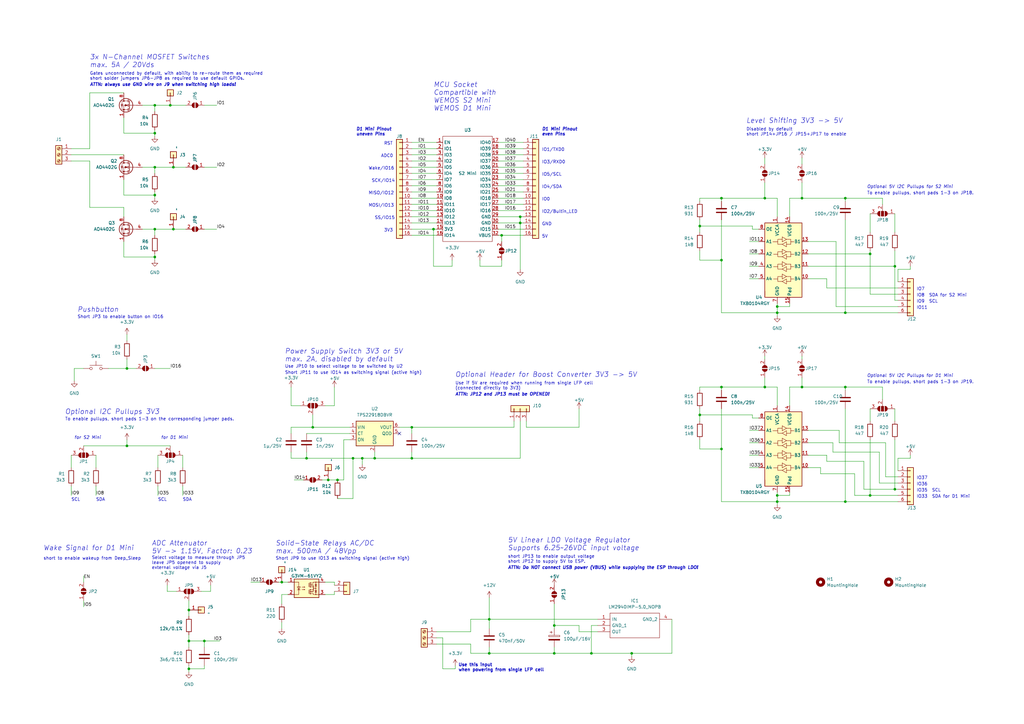
<source format=kicad_sch>
(kicad_sch (version 20230121) (generator eeschema)
  (paper "A3")
  (title_block (title "Base PCB for ESP* in WEMOS Mini Format") (date "2023-12-22") (rev "1.0"))
  (junction (at 115.57 238.76))
  (junction (at 138.43 196.85))
  (junction (at 77.47 262.89))
  (junction (at 328.93 158.75))
  (junction (at 63.5 68.58))
  (junction (at 213.36 91.44))
  (junction (at 77.47 250.19))
  (junction (at 346.71 81.28))
  (junction (at 168.91 175.26))
  (junction (at 125.73 187.96))
  (junction (at 200.66 254))
  (junction (at 128.27 175.26))
  (junction (at 318.77 205.74))
  (junction (at 52.07 182.88))
  (junction (at 318.77 128.27))
  (junction (at 213.36 88.9))
  (junction (at 71.12 68.58))
  (junction (at 83.82 262.89))
  (junction (at 346.71 205.74))
  (junction (at 242.57 267.97))
  (junction (at 227.33 256.54))
  (junction (at 346.71 128.27))
  (junction (at 328.93 81.28))
  (junction (at 168.91 187.96))
  (junction (at 356.87 203.2))
  (junction (at 313.69 81.28))
  (junction (at 295.91 106.68))
  (junction (at 287.02 170.18))
  (junction (at 318.77 203.2))
  (junction (at 148.59 187.96))
  (junction (at 63.5 43.18))
  (junction (at 295.91 158.75))
  (junction (at 63.5 80.01))
  (junction (at 318.77 125.73))
  (junction (at 313.69 158.75))
  (junction (at 63.5 54.61))
  (junction (at 205.74 96.52))
  (junction (at 367.03 200.66))
  (junction (at 153.67 187.96))
  (junction (at 287.02 92.71))
  (junction (at 346.71 158.75))
  (junction (at 77.47 274.32))
  (junction (at 259.08 267.97))
  (junction (at 63.5 105.41))
  (junction (at 144.78 187.96))
  (junction (at 63.5 93.98))
  (junction (at 177.8 93.98))
  (junction (at 227.33 267.97))
  (junction (at 200.66 267.97))
  (junction (at 356.87 104.14))
  (junction (at 134.62 196.85))
  (junction (at 69.85 43.18))
  (junction (at 52.07 151.13))
  (junction (at 367.03 109.22))
  (junction (at 295.91 184.15))
  (junction (at 295.91 81.28))
  (junction (at 71.12 93.98))
  (no_connect (at 163.83 177.8))
  (wire (pts (xy 177.8 109.22) (xy 185.42 109.22)))
  (wire (pts (xy 204.47 58.42) (xy 214.63 58.42)))
  (wire (pts (xy 368.3 193.04) (xy 368.3 187.96)))
  (wire (pts (xy 39.37 186.69) (xy 39.37 191.77)))
  (wire (pts (xy 204.47 60.96) (xy 214.63 60.96)))
  (wire (pts (xy 346.71 205.74) (xy 368.3 205.74)))
  (wire (pts (xy 318.77 128.27) (xy 346.71 128.27)))
  (wire (pts (xy 339.09 186.69) (xy 339.09 189.23)))
  (wire (pts (xy 138.43 196.85) (xy 140.97 196.85)))
  (wire (pts (xy 367.03 180.34) (xy 367.03 200.66)))
  (wire (pts (xy 68.58 240.03) (xy 68.58 242.57)))
  (wire (pts (xy 77.47 246.38) (xy 77.47 250.19)))
  (wire (pts (xy 342.9 125.73) (xy 342.9 99.06)))
  (wire (pts (xy 215.9 175.26) (xy 237.49 175.26)))
  (wire (pts (xy 50.8 85.09) (xy 36.83 85.09)))
  (wire (pts (xy 179.07 261.62) (xy 181.61 261.62)))
  (wire (pts (xy 77.47 262.89) (xy 77.47 265.43)))
  (wire (pts (xy 331.47 176.53) (xy 344.17 176.53)))
  (wire (pts (xy 356.87 87.63) (xy 356.87 95.25)))
  (wire (pts (xy 83.82 43.18) (xy 88.9 43.18)))
  (wire (pts (xy 63.5 68.58) (xy 71.12 68.58)))
  (wire (pts (xy 125.73 177.8) (xy 143.51 177.8)))
  (wire (pts (xy 313.69 81.28) (xy 318.77 81.28)))
  (wire (pts (xy 137.16 158.75) (xy 137.16 166.37)))
  (wire (pts (xy 77.47 260.35) (xy 77.47 262.89)))
  (wire (pts (xy 144.78 204.47) (xy 144.78 187.96)))
  (wire (pts (xy 361.95 81.28) (xy 346.71 81.28)))
  (wire (pts (xy 200.66 254) (xy 200.66 257.81)))
  (wire (pts (xy 63.5 93.98) (xy 63.5 96.52)))
  (wire (pts (xy 368.3 123.19) (xy 367.03 123.19)))
  (wire (pts (xy 77.47 250.19) (xy 77.47 252.73)))
  (wire (pts (xy 168.91 60.96) (xy 179.07 60.96)))
  (wire (pts (xy 204.47 88.9) (xy 213.36 88.9)))
  (wire (pts (xy 287.02 160.02) (xy 287.02 158.75)))
  (wire (pts (xy 185.42 109.22) (xy 185.42 106.68)))
  (wire (pts (xy 179.07 264.16) (xy 193.04 264.16)))
  (wire (pts (xy 120.65 196.85) (xy 124.46 196.85)))
  (wire (pts (xy 63.5 68.58) (xy 63.5 71.12)))
  (wire (pts (xy 242.57 256.54) (xy 245.11 256.54)))
  (wire (pts (xy 52.07 137.16) (xy 52.07 139.7)))
  (wire (pts (xy 52.07 151.13) (xy 55.88 151.13)))
  (wire (pts (xy 356.87 180.34) (xy 356.87 203.2)))
  (wire (pts (xy 186.69 274.32) (xy 186.69 273.05)))
  (wire (pts (xy 168.91 185.42) (xy 168.91 187.96)))
  (wire (pts (xy 346.71 128.27) (xy 368.3 128.27)))
  (wire (pts (xy 227.33 247.65) (xy 227.33 256.54)))
  (wire (pts (xy 83.82 273.05) (xy 83.82 274.32)))
  (wire (pts (xy 168.91 91.44) (xy 179.07 91.44)))
  (wire (pts (xy 354.33 200.66) (xy 367.03 200.66)))
  (wire (pts (xy 63.5 105.41) (xy 63.5 106.68)))
  (wire (pts (xy 63.5 43.18) (xy 69.85 43.18)))
  (wire (pts (xy 331.47 181.61) (xy 341.63 181.61)))
  (wire (pts (xy 313.69 158.75) (xy 318.77 158.75)))
  (wire (pts (xy 287.02 158.75) (xy 295.91 158.75)))
  (wire (pts (xy 331.47 114.3) (xy 339.09 114.3)))
  (wire (pts (xy 373.38 187.96) (xy 373.38 186.69)))
  (wire (pts (xy 295.91 167.64) (xy 295.91 184.15)))
  (wire (pts (xy 204.47 86.36) (xy 214.63 86.36)))
  (wire (pts (xy 318.77 203.2) (xy 318.77 205.74)))
  (wire (pts (xy 295.91 81.28) (xy 313.69 81.28)))
  (wire (pts (xy 119.38 166.37) (xy 123.19 166.37)))
  (wire (pts (xy 331.47 186.69) (xy 339.09 186.69)))
  (wire (pts (xy 205.74 109.22) (xy 205.74 106.68)))
  (wire (pts (xy 242.57 267.97) (xy 259.08 267.97)))
  (wire (pts (xy 237.49 259.08) (xy 237.49 256.54)))
  (wire (pts (xy 307.34 99.06) (xy 311.15 99.06)))
  (wire (pts (xy 295.91 81.28) (xy 295.91 82.55)))
  (wire (pts (xy 346.71 158.75) (xy 361.95 158.75)))
  (wire (pts (xy 331.47 109.22) (xy 367.03 109.22)))
  (wire (pts (xy 204.47 66.04) (xy 214.63 66.04)))
  (wire (pts (xy 44.45 151.13) (xy 52.07 151.13)))
  (wire (pts (xy 259.08 267.97) (xy 275.59 267.97)))
  (wire (pts (xy 295.91 90.17) (xy 295.91 106.68)))
  (wire (pts (xy 168.91 93.98) (xy 177.8 93.98)))
  (wire (pts (xy 331.47 191.77) (xy 336.55 191.77)))
  (wire (pts (xy 144.78 187.96) (xy 148.59 187.96)))
  (wire (pts (xy 181.61 261.62) (xy 181.61 274.32)))
  (wire (pts (xy 50.8 38.1) (xy 36.83 38.1)))
  (wire (pts (xy 328.93 81.28) (xy 346.71 81.28)))
  (wire (pts (xy 259.08 267.97) (xy 259.08 269.24)))
  (wire (pts (xy 356.87 167.64) (xy 356.87 172.72)))
  (wire (pts (xy 30.48 151.13) (xy 30.48 156.21)))
  (wire (pts (xy 64.77 186.69) (xy 64.77 191.77)))
  (wire (pts (xy 168.91 73.66) (xy 179.07 73.66)))
  (wire (pts (xy 204.47 81.28) (xy 214.63 81.28)))
  (wire (pts (xy 34.29 246.38) (xy 34.29 248.92)))
  (wire (pts (xy 83.82 68.58) (xy 88.9 68.58)))
  (wire (pts (xy 287.02 102.87) (xy 287.02 106.68)))
  (wire (pts (xy 295.91 158.75) (xy 313.69 158.75)))
  (wire (pts (xy 275.59 254) (xy 275.59 267.97)))
  (wire (pts (xy 204.47 76.2) (xy 214.63 76.2)))
  (wire (pts (xy 34.29 236.22) (xy 34.29 238.76)))
  (wire (pts (xy 328.93 146.05) (xy 328.93 147.32)))
  (wire (pts (xy 125.73 187.96) (xy 144.78 187.96)))
  (wire (pts (xy 36.83 38.1) (xy 36.83 60.96)))
  (wire (pts (xy 63.5 104.14) (xy 63.5 105.41)))
  (wire (pts (xy 119.38 158.75) (xy 119.38 166.37)))
  (wire (pts (xy 328.93 158.75) (xy 323.85 158.75)))
  (wire (pts (xy 323.85 158.75) (xy 323.85 166.37)))
  (wire (pts (xy 367.03 87.63) (xy 367.03 95.25)))
  (wire (pts (xy 295.91 205.74) (xy 318.77 205.74)))
  (wire (pts (xy 307.34 186.69) (xy 311.15 186.69)))
  (wire (pts (xy 29.21 186.69) (xy 29.21 191.77)))
  (wire (pts (xy 177.8 93.98) (xy 179.07 93.98)))
  (wire (pts (xy 77.47 274.32) (xy 83.82 274.32)))
  (wire (pts (xy 29.21 199.39) (xy 29.21 203.2)))
  (wire (pts (xy 295.91 184.15) (xy 295.91 205.74)))
  (wire (pts (xy 307.34 114.3) (xy 311.15 114.3)))
  (wire (pts (xy 34.29 182.88) (xy 52.07 182.88)))
  (wire (pts (xy 168.91 63.5) (xy 179.07 63.5)))
  (wire (pts (xy 313.69 154.94) (xy 313.69 158.75)))
  (wire (pts (xy 196.85 106.68) (xy 196.85 109.22)))
  (wire (pts (xy 119.38 185.42) (xy 119.38 187.96)))
  (wire (pts (xy 63.5 151.13) (xy 69.85 151.13)))
  (wire (pts (xy 200.66 267.97) (xy 227.33 267.97)))
  (wire (pts (xy 153.67 187.96) (xy 148.59 187.96)))
  (wire (pts (xy 328.93 154.94) (xy 328.93 158.75)))
  (wire (pts (xy 346.71 167.64) (xy 346.71 205.74)))
  (wire (pts (xy 118.11 243.84) (xy 115.57 243.84)))
  (wire (pts (xy 308.61 92.71) (xy 308.61 93.98)))
  (wire (pts (xy 350.52 203.2) (xy 356.87 203.2)))
  (wire (pts (xy 119.38 175.26) (xy 119.38 177.8)))
  (wire (pts (xy 213.36 91.44) (xy 214.63 91.44)))
  (wire (pts (xy 215.9 172.72) (xy 215.9 175.26)))
  (wire (pts (xy 168.91 83.82) (xy 179.07 83.82)))
  (wire (pts (xy 295.91 106.68) (xy 295.91 128.27)))
  (wire (pts (xy 52.07 180.34) (xy 52.07 182.88)))
  (wire (pts (xy 318.77 205.74) (xy 318.77 207.01)))
  (wire (pts (xy 361.95 83.82) (xy 361.95 81.28)))
  (wire (pts (xy 74.93 199.39) (xy 74.93 203.2)))
  (wire (pts (xy 313.69 146.05) (xy 313.69 147.32)))
  (wire (pts (xy 368.3 110.49) (xy 373.38 110.49)))
  (wire (pts (xy 39.37 199.39) (xy 39.37 203.2)))
  (wire (pts (xy 168.91 81.28) (xy 179.07 81.28)))
  (wire (pts (xy 114.3 238.76) (xy 115.57 238.76)))
  (wire (pts (xy 287.02 92.71) (xy 308.61 92.71)))
  (wire (pts (xy 323.85 124.46) (xy 323.85 125.73)))
  (wire (pts (xy 356.87 203.2) (xy 368.3 203.2)))
  (wire (pts (xy 373.38 110.49) (xy 373.38 109.22)))
  (wire (pts (xy 134.62 196.85) (xy 138.43 196.85)))
  (wire (pts (xy 193.04 264.16) (xy 193.04 267.97)))
  (wire (pts (xy 242.57 267.97) (xy 242.57 256.54)))
  (wire (pts (xy 346.71 90.17) (xy 346.71 128.27)))
  (wire (pts (xy 50.8 80.01) (xy 63.5 80.01)))
  (wire (pts (xy 356.87 104.14) (xy 331.47 104.14)))
  (wire (pts (xy 318.77 158.75) (xy 318.77 166.37)))
  (wire (pts (xy 64.77 199.39) (xy 64.77 203.2)))
  (wire (pts (xy 168.91 86.36) (xy 179.07 86.36)))
  (wire (pts (xy 193.04 254) (xy 200.66 254)))
  (wire (pts (xy 77.47 273.05) (xy 77.47 274.32)))
  (wire (pts (xy 341.63 181.61) (xy 341.63 185.42)))
  (wire (pts (xy 227.33 265.43) (xy 227.33 267.97)))
  (wire (pts (xy 341.63 185.42) (xy 360.68 185.42)))
  (wire (pts (xy 82.55 242.57) (xy 86.36 242.57)))
  (wire (pts (xy 237.49 175.26) (xy 237.49 167.64)))
  (wire (pts (xy 71.12 93.98) (xy 76.2 93.98)))
  (wire (pts (xy 52.07 151.13) (xy 52.07 147.32)))
  (wire (pts (xy 168.91 175.26) (xy 168.91 177.8)))
  (wire (pts (xy 328.93 81.28) (xy 323.85 81.28)))
  (wire (pts (xy 368.3 115.57) (xy 368.3 110.49)))
  (wire (pts (xy 287.02 184.15) (xy 295.91 184.15)))
  (wire (pts (xy 196.85 109.22) (xy 205.74 109.22)))
  (wire (pts (xy 137.16 166.37) (xy 133.35 166.37)))
  (wire (pts (xy 148.59 187.96) (xy 148.59 190.5)))
  (wire (pts (xy 367.03 123.19) (xy 367.03 109.22)))
  (wire (pts (xy 361.95 158.75) (xy 361.95 163.83)))
  (wire (pts (xy 119.38 187.96) (xy 125.73 187.96)))
  (wire (pts (xy 200.66 245.11) (xy 200.66 254)))
  (wire (pts (xy 295.91 158.75) (xy 295.91 160.02)))
  (wire (pts (xy 168.91 96.52) (xy 179.07 96.52)))
  (wire (pts (xy 307.34 176.53) (xy 311.15 176.53)))
  (wire (pts (xy 336.55 191.77) (xy 336.55 194.31)))
  (wire (pts (xy 346.71 158.75) (xy 346.71 160.02)))
  (wire (pts (xy 350.52 194.31) (xy 350.52 203.2)))
  (wire (pts (xy 115.57 238.76) (xy 118.11 238.76)))
  (wire (pts (xy 200.66 265.43) (xy 200.66 267.97)))
  (wire (pts (xy 133.35 243.84) (xy 137.16 243.84)))
  (wire (pts (xy 204.47 93.98) (xy 214.63 93.98)))
  (wire (pts (xy 168.91 88.9) (xy 179.07 88.9)))
  (wire (pts (xy 213.36 88.9) (xy 213.36 91.44)))
  (wire (pts (xy 318.77 205.74) (xy 346.71 205.74)))
  (wire (pts (xy 313.69 64.77) (xy 313.69 67.31)))
  (wire (pts (xy 63.5 78.74) (xy 63.5 80.01)))
  (wire (pts (xy 50.8 48.26) (xy 50.8 54.61)))
  (wire (pts (xy 50.8 105.41) (xy 63.5 105.41)))
  (wire (pts (xy 213.36 88.9) (xy 214.63 88.9)))
  (wire (pts (xy 308.61 171.45) (xy 311.15 171.45)))
  (wire (pts (xy 213.36 172.72) (xy 213.36 187.96)))
  (wire (pts (xy 140.97 180.34) (xy 140.97 196.85)))
  (wire (pts (xy 308.61 93.98) (xy 311.15 93.98)))
  (wire (pts (xy 356.87 102.87) (xy 356.87 104.14)))
  (wire (pts (xy 308.61 170.18) (xy 308.61 171.45)))
  (wire (pts (xy 367.03 109.22) (xy 367.03 102.87)))
  (wire (pts (xy 204.47 96.52) (xy 205.74 96.52)))
  (wire (pts (xy 168.91 71.12) (xy 179.07 71.12)))
  (wire (pts (xy 344.17 181.61) (xy 363.22 181.61)))
  (wire (pts (xy 86.36 242.57) (xy 86.36 240.03)))
  (wire (pts (xy 360.68 185.42) (xy 360.68 198.12)))
  (wire (pts (xy 356.87 120.65) (xy 356.87 104.14)))
  (wire (pts (xy 179.07 259.08) (xy 193.04 259.08)))
  (wire (pts (xy 163.83 175.26) (xy 168.91 175.26)))
  (wire (pts (xy 177.8 93.98) (xy 177.8 109.22)))
  (wire (pts (xy 168.91 58.42) (xy 179.07 58.42)))
  (wire (pts (xy 204.47 73.66) (xy 214.63 73.66)))
  (wire (pts (xy 36.83 85.09) (xy 36.83 66.04)))
  (wire (pts (xy 368.3 125.73) (xy 342.9 125.73)))
  (wire (pts (xy 119.38 175.26) (xy 128.27 175.26)))
  (wire (pts (xy 346.71 81.28) (xy 346.71 82.55)))
  (wire (pts (xy 205.74 96.52) (xy 214.63 96.52)))
  (wire (pts (xy 287.02 82.55) (xy 287.02 81.28)))
  (wire (pts (xy 363.22 195.58) (xy 368.3 195.58)))
  (wire (pts (xy 360.68 198.12) (xy 368.3 198.12)))
  (wire (pts (xy 153.67 187.96) (xy 168.91 187.96)))
  (wire (pts (xy 339.09 114.3) (xy 339.09 118.11)))
  (wire (pts (xy 63.5 93.98) (xy 71.12 93.98)))
  (wire (pts (xy 71.12 68.58) (xy 76.2 68.58)))
  (wire (pts (xy 50.8 54.61) (xy 63.5 54.61)))
  (wire (pts (xy 63.5 54.61) (xy 63.5 55.88)))
  (wire (pts (xy 344.17 176.53) (xy 344.17 181.61)))
  (wire (pts (xy 245.11 259.08) (xy 237.49 259.08)))
  (wire (pts (xy 168.91 76.2) (xy 179.07 76.2)))
  (wire (pts (xy 102.87 238.76) (xy 106.68 238.76)))
  (wire (pts (xy 354.33 189.23) (xy 354.33 200.66)))
  (wire (pts (xy 128.27 175.26) (xy 143.51 175.26)))
  (wire (pts (xy 68.58 242.57) (xy 72.39 242.57)))
  (wire (pts (xy 168.91 175.26) (xy 210.82 175.26)))
  (wire (pts (xy 287.02 81.28) (xy 295.91 81.28)))
  (wire (pts (xy 58.42 43.18) (xy 63.5 43.18)))
  (wire (pts (xy 138.43 204.47) (xy 144.78 204.47)))
  (wire (pts (xy 168.91 68.58) (xy 179.07 68.58)))
  (wire (pts (xy 140.97 180.34) (xy 143.51 180.34)))
  (wire (pts (xy 323.85 81.28) (xy 323.85 88.9)))
  (wire (pts (xy 287.02 90.17) (xy 287.02 92.71)))
  (wire (pts (xy 205.74 96.52) (xy 205.74 99.06)))
  (wire (pts (xy 363.22 181.61) (xy 363.22 195.58)))
  (wire (pts (xy 168.91 78.74) (xy 179.07 78.74)))
  (wire (pts (xy 29.21 63.5) (xy 50.8 63.5)))
  (wire (pts (xy 36.83 60.96) (xy 29.21 60.96)))
  (wire (pts (xy 323.85 125.73) (xy 318.77 125.73)))
  (wire (pts (xy 318.77 125.73) (xy 318.77 128.27)))
  (wire (pts (xy 323.85 203.2) (xy 318.77 203.2)))
  (wire (pts (xy 318.77 124.46) (xy 318.77 125.73)))
  (wire (pts (xy 69.85 43.18) (xy 76.2 43.18)))
  (wire (pts (xy 336.55 194.31) (xy 350.52 194.31)))
  (wire (pts (xy 307.34 104.14) (xy 311.15 104.14)))
  (wire (pts (xy 367.03 200.66) (xy 368.3 200.66)))
  (wire (pts (xy 204.47 91.44) (xy 213.36 91.44)))
  (wire (pts (xy 63.5 53.34) (xy 63.5 54.61)))
  (wire (pts (xy 168.91 187.96) (xy 213.36 187.96)))
  (wire (pts (xy 34.29 151.13) (xy 30.48 151.13)))
  (wire (pts (xy 323.85 201.93) (xy 323.85 203.2)))
  (wire (pts (xy 137.16 243.84) (xy 137.16 242.57)))
  (wire (pts (xy 213.36 91.44) (xy 213.36 110.49)))
  (wire (pts (xy 115.57 255.27) (xy 115.57 257.81)))
  (wire (pts (xy 193.04 267.97) (xy 200.66 267.97)))
  (wire (pts (xy 58.42 93.98) (xy 63.5 93.98)))
  (wire (pts (xy 328.93 74.93) (xy 328.93 81.28)))
  (wire (pts (xy 63.5 43.18) (xy 63.5 45.72)))
  (wire (pts (xy 125.73 185.42) (xy 125.73 187.96)))
  (wire (pts (xy 36.83 66.04) (xy 29.21 66.04)))
  (wire (pts (xy 83.82 262.89) (xy 90.17 262.89)))
  (wire (pts (xy 339.09 118.11) (xy 368.3 118.11)))
  (wire (pts (xy 328.93 158.75) (xy 346.71 158.75)))
  (wire (pts (xy 58.42 68.58) (xy 63.5 68.58)))
  (wire (pts (xy 331.47 99.06) (xy 342.9 99.06)))
  (wire (pts (xy 168.91 66.04) (xy 179.07 66.04)))
  (wire (pts (xy 200.66 254) (xy 245.11 254)))
  (wire (pts (xy 313.69 74.93) (xy 313.69 81.28)))
  (wire (pts (xy 83.82 93.98) (xy 88.9 93.98)))
  (wire (pts (xy 204.47 83.82) (xy 214.63 83.82)))
  (wire (pts (xy 204.47 63.5) (xy 214.63 63.5)))
  (wire (pts (xy 307.34 109.22) (xy 311.15 109.22)))
  (wire (pts (xy 210.82 172.72) (xy 210.82 175.26)))
  (wire (pts (xy 287.02 170.18) (xy 287.02 172.72)))
  (wire (pts (xy 77.47 262.89) (xy 83.82 262.89)))
  (wire (pts (xy 50.8 99.06) (xy 50.8 105.41)))
  (wire (pts (xy 181.61 274.32) (xy 186.69 274.32)))
  (wire (pts (xy 50.8 88.9) (xy 50.8 85.09)))
  (wire (pts (xy 52.07 182.88) (xy 69.85 182.88)))
  (wire (pts (xy 63.5 80.01) (xy 63.5 81.28)))
  (wire (pts (xy 307.34 191.77) (xy 311.15 191.77)))
  (wire (pts (xy 83.82 262.89) (xy 83.82 265.43)))
  (wire (pts (xy 237.49 256.54) (xy 227.33 256.54)))
  (wire (pts (xy 318.77 128.27) (xy 318.77 129.54)))
  (wire (pts (xy 328.93 64.77) (xy 328.93 67.31)))
  (wire (pts (xy 133.35 238.76) (xy 137.16 238.76)))
  (wire (pts (xy 287.02 106.68) (xy 295.91 106.68)))
  (wire (pts (xy 367.03 167.64) (xy 367.03 172.72)))
  (wire (pts (xy 287.02 167.64) (xy 287.02 170.18)))
  (wire (pts (xy 227.33 267.97) (xy 242.57 267.97)))
  (wire (pts (xy 339.09 189.23) (xy 354.33 189.23)))
  (wire (pts (xy 74.93 186.69) (xy 74.93 191.77)))
  (wire (pts (xy 204.47 68.58) (xy 214.63 68.58)))
  (wire (pts (xy 368.3 120.65) (xy 356.87 120.65)))
  (wire (pts (xy 77.47 274.32) (xy 77.47 275.59)))
  (wire (pts (xy 132.08 196.85) (xy 134.62 196.85)))
  (wire (pts (xy 307.34 181.61) (xy 311.15 181.61)))
  (wire (pts (xy 153.67 185.42) (xy 153.67 187.96)))
  (wire (pts (xy 227.33 256.54) (xy 227.33 257.81)))
  (wire (pts (xy 295.91 128.27) (xy 318.77 128.27)))
  (wire (pts (xy 137.16 238.76) (xy 137.16 240.03)))
  (wire (pts (xy 287.02 170.18) (xy 308.61 170.18)))
  (wire (pts (xy 318.77 81.28) (xy 318.77 88.9)))
  (wire (pts (xy 287.02 92.71) (xy 287.02 95.25)))
  (wire (pts (xy 193.04 259.08) (xy 193.04 254)))
  (wire (pts (xy 204.47 78.74) (xy 214.63 78.74)))
  (wire (pts (xy 115.57 243.84) (xy 115.57 247.65)))
  (wire (pts (xy 318.77 201.93) (xy 318.77 203.2)))
  (wire (pts (xy 368.3 187.96) (xy 373.38 187.96)))
  (wire (pts (xy 287.02 180.34) (xy 287.02 184.15)))
  (wire (pts (xy 204.47 71.12) (xy 214.63 71.12)))
  (wire (pts (xy 128.27 170.18) (xy 128.27 175.26)))
  (wire (pts (xy 50.8 73.66) (xy 50.8 80.01)))
  (text "To enable pullups, short pads 1-3 on the corresponding jumper pads." (at 26.67 172.72 0) (effects (font (size 1.27 1.27)) (justify left bottom)))
  (text "SDA for S2 Mini" (at 381 121.92 0) (effects (font (size 1.27 1.27)) (justify left bottom)))
  (text "Select voltage to measure through JP5\nleave JP5 openend to supply\nexternal voltage via J5" (at 62.23 233.68 0) (effects (font (size 1.27 1.27)) (justify left bottom)))
  (text "MCU Socket\nCompartible with\nWEMOS S2 Mini\nWEMOS D1 Mini" (at 177.8 45.72 0) (effects (font (size 2 2) italic) (justify left bottom)))
  (text "IO11" (at 375.92 127 0) (effects (font (size 1.27 1.27)) (justify left bottom)))
  (text "SCL" (at 29.21 205.74 0) (effects (font (size 1.27 1.27)) (justify left bottom)))
  (text "Optional 5V I2C Pullups for D1 Mini" (at 355.6 154.94 0) (effects (font (size 1.27 1.27) italic) (justify left bottom)))
  (text "for S2 Mini" (at 30.48 180.34 0) (effects (font (size 1.27 1.27) italic) (justify left bottom)))
  (text "5V Linear LDO Voltage Regulator\nSupports 6.25~26VDC input voltage" (at 208.28 226.06 0) (effects (font (size 2 2) italic) (justify left bottom)))
  (text "Level Shifting 3V3 -> 5V" (at 306.07 50.8 0) (effects (font (size 2 2) italic) (justify left bottom)))
  (text "Disabled by default\nshort JP14+JP16 / JP15+JP17 to enable" (at 306.07 55.88 0) (effects (font (size 1.27 1.27)) (justify left bottom)))
  (text "SS/IO15" (at 153.67 90.17 0) (effects (font (size 1.27 1.27)) (justify left bottom)))
  (text "D1 Mini Pinout\nuneven Pins" (at 146.05 55.88 0) (effects (font (size 1.27 1.27) (thickness 0.254) bold italic) (justify left bottom)))
  (text "IO37" (at 375.92 196.85 0) (effects (font (size 1.27 1.27)) (justify left bottom)))
  (text "Short JP9 to use IO13 as switching signal (active high)" (at 113.03 229.87 0) (effects (font (size 1.27 1.27)) (justify left bottom)))
  (text "IO7" (at 375.92 119.38 0) (effects (font (size 1.27 1.27)) (justify left bottom)))
  (text "SCL" (at 381 124.46 0) (effects (font (size 1.27 1.27)) (justify left bottom)))
  (text "MISO/IO12" (at 151.13 80.01 0) (effects (font (size 1.27 1.27)) (justify left bottom)))
  (text "IO36" (at 375.92 199.39 0) (effects (font (size 1.27 1.27)) (justify left bottom)))
  (text "GND" (at 222.25 92.71 0) (effects (font (size 1.27 1.27)) (justify left bottom)))
  (text "Power Supply Switch 3V3 or 5V\nmax. 2A, disabled by default" (at 116.84 148.59 0) (effects (font (size 2 2) italic) (justify left bottom)))
  (text "IO3/RXD0" (at 222.25 67.31 0) (effects (font (size 1.27 1.27)) (justify left bottom)))
  (text "RST" (at 157.48 59.69 0) (effects (font (size 1.27 1.27)) (justify left bottom)))
  (text "SDA" (at 39.37 205.74 0) (effects (font (size 1.27 1.27)) (justify left bottom)))
  (text "Short JP11 to use IO14 as switching signal (active high)" (at 116.84 153.67 0) (effects (font (size 1.27 1.27)) (justify left bottom)))
  (text "for D1 Mini" (at 66.04 180.34 0) (effects (font (size 1.27 1.27) italic) (justify left bottom)))
  (text "IO1/TXD0" (at 222.25 62.23 0) (effects (font (size 1.27 1.27)) (justify left bottom)))
  (text "Gates unconnected by default, with ability to re-route them as required\nshort solder jumpers JP6-JP8 as required to use default GPIOs." (at 36.83 33.02 0) (effects (font (size 1.27 1.27)) (justify left bottom)))
  (text "Short JP3 to enable button on IO16" (at 31.75 130.81 0) (effects (font (size 1.27 1.27)) (justify left bottom)))
  (text "IO5/SCL" (at 222.25 72.39 0) (effects (font (size 1.27 1.27)) (justify left bottom)))
  (text "ATTN: Do NOT connect USB power (VBUS) while supplying the ESP through LDO!" (at 208.28 233.68 0) (effects (font (size 1.27 1.27) (thickness 0.254) bold italic) (justify left bottom)))
  (text "IO4/SDA" (at 222.25 77.47 0) (effects (font (size 1.27 1.27)) (justify left bottom)))
  (text "To enable pullups, short pads 1-3 on JP18." (at 355.6 80.01 0) (effects (font (size 1.27 1.27)) (justify left bottom)))
  (text "Use JP10 to select voltage to be switched by U2" (at 116.84 151.13 0) (effects (font (size 1.27 1.27)) (justify left bottom)))
  (text "To enable pullups, short pads 1-3 on JP19." (at 355.6 157.48 0) (effects (font (size 1.27 1.27)) (justify left bottom)))
  (text "Solid-State Relays AC/DC\nmax. 500mA / 48Vpp" (at 113.03 227.33 0) (effects (font (size 2 2) italic) (justify left bottom)))
  (text "Optional 5V I2C Pullups for S2 Mini" (at 355.6 77.47 0) (effects (font (size 1.27 1.27) italic) (justify left bottom)))
  (text "short to enable wakeup from Deep_Sleep" (at 17.78 229.87 0) (effects (font (size 1.27 1.27)) (justify left bottom)))
  (text "3x N-Channel MOSFET Switches\nmax. 5A / 20Vds" (at 36.83 27.94 0) (effects (font (size 2 2) italic) (justify left bottom)))
  (text "Use if 5V are required when running from single LFP cell\n(connected directly to 3V3)" (at 186.69 160.02 0) (effects (font (size 1.27 1.27)) (justify left bottom)))
  (text "IO0" (at 222.25 82.55 0) (effects (font (size 1.27 1.27)) (justify left bottom)))
  (text "SCL" (at 64.77 205.74 0) (effects (font (size 1.27 1.27)) (justify left bottom)))
  (text "ADC0" (at 156.21 64.77 0) (effects (font (size 1.27 1.27)) (justify left bottom)))
  (text "SDA" (at 74.93 205.74 0) (effects (font (size 1.27 1.27)) (justify left bottom)))
  (text "short JP13 to enable output voltage\nshort JP12 to supply 5V to ESP." (at 208.28 231.14 0) (effects (font (size 1.27 1.27)) (justify left bottom)))
  (text "5V" (at 222.25 97.79 0) (effects (font (size 1.27 1.27)) (justify left bottom)))
  (text "IO2/Bultin_LED" (at 222.25 87.63 0) (effects (font (size 1.27 1.27)) (justify left bottom)))
  (text "Use this input\nwhen powering from single LFP cell" (at 187.96 275.59 0) (effects (font (size 1.27 1.27) (thickness 0.254) bold) (justify left bottom)))
  (text "IO8" (at 375.92 121.92 0) (effects (font (size 1.27 1.27)) (justify left bottom)))
  (text "IO33  SDA for D1 Mini" (at 375.92 204.47 0) (effects (font (size 1.27 1.27)) (justify left bottom)))
  (text "Pushbutton" (at 31.75 128.27 0) (effects (font (size 2 2) italic) (justify left bottom)))
  (text "MOSI/IO13" (at 151.13 85.09 0) (effects (font (size 1.27 1.27)) (justify left bottom)))
  (text "Wake Signal for D1 Mini" (at 17.78 226.06 0) (effects (font (size 2 2) italic) (justify left bottom)))
  (text "Wake/IO16" (at 151.13 69.85 0) (effects (font (size 1.27 1.27)) (justify left bottom)))
  (text "3V3" (at 157.48 95.25 0) (effects (font (size 1.27 1.27)) (justify left bottom)))
  (text "Optional Header for Boost Converter 3V3 -> 5V" (at 186.69 154.94 0) (effects (font (size 2 2) italic) (justify left bottom)))
  (text "IO9" (at 375.92 124.46 0) (effects (font (size 1.27 1.27)) (justify left bottom)))
  (text "D1 Mini Pinout\neven Pins" (at 222.25 55.88 0) (effects (font (size 1.27 1.27) (thickness 0.254) bold italic) (justify left bottom)))
  (text "SCK/IO14" (at 152.4 74.93 0) (effects (font (size 1.27 1.27)) (justify left bottom)))
  (text "ATTN: always use GND wire on J9 when switching high loads!" (at 36.83 35.56 0) (effects (font (size 1.27 1.27) bold italic) (justify left bottom)))
  (text "Optional I2C Pullups 3V3" (at 26.67 170.18 0) (effects (font (size 2 2) italic) (justify left bottom)))
  (text "ATTN: JP12 and JP13 must be OPENED!" (at 186.69 162.56 0) (effects (font (size 1.27 1.27) (thickness 0.254) bold italic) (justify left bottom)))
  (text "ADC Attenuator\n5V -> 1.15V, Factor: 0.23" (at 62.23 227.33 0) (effects (font (size 2 2) italic) (justify left bottom)))
  (text "IO35  SCL" (at 375.92 201.93 0) (effects (font (size 1.27 1.27)) (justify left bottom)))
  (label "IO40" (at 207.01 58.42 0))
  (label "IO6" (at 171.45 76.2 0))
  (label "IO36" (at 207.01 68.58 0))
  (label "IO1" (at 88.9 43.18 0))
  (label "IO13" (at 102.87 238.76 0))
  (label "IO33" (at 307.34 191.77 0))
  (label "IO9" (at 29.21 203.2 0))
  (label "IO4" (at 171.45 71.12 0))
  (label "IO7" (at 171.45 73.66 0))
  (label "IO33" (at 207.01 76.2 0))
  (label "IO16" (at 207.01 86.36 0))
  (label "IO33" (at 74.93 203.2 0))
  (label "IO15" (at 207.01 93.98 0))
  (label "IO1" (at 171.45 60.96 0))
  (label "IO36" (at 307.34 181.61 0))
  (label "IO21" (at 207.01 78.74 0))
  (label "IO8" (at 171.45 81.28 0))
  (label "IO12" (at 171.45 88.9 0))
  (label "IO11" (at 171.45 83.82 0))
  (label "IO35" (at 307.34 186.69 0))
  (label "IO2" (at 171.45 66.04 0))
  (label "IO37" (at 307.34 176.53 0))
  (label "IO8" (at 39.37 203.2 0))
  (label "IO38" (at 207.01 63.5 0))
  (label "IO35" (at 207.01 71.12 0))
  (label "IO39" (at 207.01 60.96 0))
  (label "IO37" (at 207.01 66.04 0))
  (label "IO35" (at 64.77 203.2 0))
  (label "IO3" (at 87.63 262.89 0))
  (label "IO4" (at 88.9 93.98 0))
  (label "IO11" (at 307.34 99.06 0))
  (label "IO8" (at 307.34 104.14 0))
  (label "IO18" (at 207.01 81.28 0))
  (label "IO14" (at 120.65 196.85 0))
  (label "IO3" (at 171.45 63.5 0))
  (label "IO13" (at 171.45 91.44 0))
  (label "IO17" (at 207.01 83.82 0))
  (label "EN" (at 171.45 58.42 0))
  (label "IO9" (at 307.34 109.22 0))
  (label "IO9" (at 171.45 78.74 0))
  (label "EN" (at 34.29 237.49 0))
  (label "IO10" (at 171.45 86.36 0))
  (label "IO16" (at 69.85 151.13 0))
  (label "IO34" (at 207.01 73.66 0))
  (label "IO5" (at 171.45 68.58 0))
  (label "IO2" (at 88.9 68.58 0))
  (label "IO14" (at 171.45 96.52 0))
  (label "IO7" (at 307.34 114.3 0))
  (label "IO5" (at 34.29 248.92 0))
  (symbol (lib_id "_PJ-Proj:Wemos_S2_Mini") (at 191.77 71.12 0) (unit 1)
    (property "Reference" "U3" (at 191.77 53.34 0))
    (property "Value" "S2 Mini" (at 191.77 71.12 0))
    (property "Footprint" "_PJ-Proj:WEMOS_S2_Mini" (effects hide))
  )
  (symbol (lib_id "power:+5V") (at 373.38 109.22 0) (unit 1)
    (property "Reference" "#PWR0113" (effects hide))
    (property "Value" "+5V" (at 373.38 105.664 0))
  )
  (symbol (lib_id "power:+12V") (at 200.66 245.11 0) (unit 1)
    (property "Reference" "#PWR017" (effects hide))
    (property "Value" "+12V" (at 200.66 240.03 0))
  )
  (symbol (lib_id "Connector_Generic:Conn_01x01") (at 69.85 38.1 90) (unit 1)
    (property "Reference" "J2" (at 72.39 38.1 90) (effects (justify right)))
    (property "Value" "~" (at 71.12 35.56 0) (effects (justify left)))
    (property "Footprint" "Connector_PinHeader_2.54mm:PinHeader_1x01_P2.54mm_Vertical" (effects hide))
  )
  (symbol (lib_id "power:+5V") (at 328.93 146.05 0) (unit 1)
    (property "Reference" "#PWR0114" (effects hide))
    (property "Value" "+5V" (at 328.93 142.494 0))
  )
  (symbol (lib_id "Device:R") (at 52.07 143.51 0) (mirror x) (unit 1)
    (property "Reference" "R3" (at 49.53 142.2399 0) (effects (justify right)))
    (property "Value" "10k" (at 49.53 144.7799 0) (effects (justify right)))
    (property "Footprint" "Resistor_SMD:R_0402_1005Metric" (effects hide))
    (property "LCSC" "C25744" (effects hide))
  )
  (symbol (lib_id "power:GND") (at 115.57 257.81 0) (unit 1)
    (property "Reference" "#PWR0109" (effects hide))
    (property "Value" "GND" (at 115.57 262.89 0))
  )
  (symbol (lib_id "Device:C") (at 125.73 181.61 0) (unit 1)
    (property "Reference" "C3" (at 129.54 180.34 0) (effects (justify left)))
    (property "Value" "1n/25V" (at 129.54 182.88 0) (effects (justify left)))
    (property "Footprint" "Capacitor_SMD:C_0402_1005Metric" (effects hide))
    (property "LCSC" "C575438" (effects hide))
  )
  (symbol (lib_id "Device:R") (at 63.5 49.53 0) (mirror x) (unit 1)
    (property "Reference" "R4" (at 60.96 48.2599 0) (effects (justify right)))
    (property "Value" "10k" (at 60.96 50.7999 0) (effects (justify right)))
    (property "Footprint" "Resistor_SMD:R_0402_1005Metric" (effects hide))
    (property "LCSC" "C25744" (effects hide))
  )
  (symbol (lib_id "Device:R") (at 287.02 163.83 0) (mirror x) (unit 1)
    (property "Reference" "R15" (at 284.48 162.5599 0) (effects (justify right)))
    (property "Value" "931" (at 284.48 165.0999 0) (effects (justify right)))
    (property "Footprint" "Resistor_SMD:R_0402_1005Metric" (effects hide))
    (property "LCSC" "C35293" (effects hide))
  )
  (symbol (lib_id "power:+3.3V") (at 186.69 273.05 0) (unit 1)
    (property "Reference" "#PWR0126" (effects hide))
    (property "Value" "+3.3V" (at 186.69 267.97 0))
  )
  (symbol (lib_id "power:+5V") (at 227.33 240.03 0) (unit 1)
    (property "Reference" "#PWR0123" (effects hide))
    (property "Value" "+5V" (at 227.33 236.474 0))
  )
  (symbol (lib_id "Jumper:SolderJumper_2_Open") (at 328.93 71.12 90) (unit 1)
    (property "Reference" "JP16" (at 332.74 71.12 90))
    (property "Value" " " (at 325.12 71.12 0))
    (property "Footprint" "Jumper:SolderJumper-2_P1.3mm_Open_Pad1.0x1.5mm" (effects hide))
  )
  (symbol (lib_id "Device:C") (at 168.91 181.61 0) (unit 1)
    (property "Reference" "C4" (at 172.72 180.34 0) (effects (justify left)))
    (property "Value" "100n/25V" (at 172.72 182.88 0) (effects (justify left)))
    (property "Footprint" "Capacitor_SMD:C_0402_1005Metric" (effects hide))
    (property "LCSC" "C106256" (effects hide))
  )
  (symbol (lib_id "Device:R") (at 138.43 200.66 0) (mirror x) (unit 1)
    (property "Reference" "R12" (at 135.89 199.3899 0) (effects (justify right)))
    (property "Value" "10k" (at 135.89 201.9299 0) (effects (justify right)))
    (property "Footprint" "Resistor_SMD:R_0402_1005Metric" (effects hide))
    (property "LCSC" "C25744" (effects hide))
  )
  (symbol (lib_id "power:+5V") (at 196.85 106.68 0) (unit 1)
    (property "Reference" "#PWR0121" (effects hide))
    (property "Value" "+5V" (at 196.85 103.124 0))
  )
  (symbol (lib_id "Connector:Screw_Terminal_01x03") (at 24.13 63.5 0) (mirror y) (unit 1)
    (property "Reference" "J1" (at 24.13 57.15 0))
    (property "Value" "Screw_Terminal_01x03" (effects hide))
    (property "Footprint" "TerminalBlock_RND:TerminalBlock_RND_205-00046_1x03_P5.00mm_Horizontal" (effects hide))
  )
  (symbol (lib_id "Relay_SolidState:CPC1017N") (at 125.73 241.3 0) (unit 1)
    (property "Reference" "U1" (at 125.73 233.68 0))
    (property "Value" "G3VM-61VY2" (at 125.73 236.22 0))
    (property "Footprint" "Package_SO:SOP-4_3.8x4.1mm_P2.54mm" (effects hide))
    (property "Datasheet" "https://datasheet.lcsc.com/lcsc/2211282130_Omron-Electronics-G3VM-61VY2_C1558855.pdf" (effects hide))
    (property "LCSC" "C1558855" (effects hide))
    (property "Description" "1 Form A(SPST-NO) 1.27V 60V 1Ω 500mA AC,DC SOP-4-250mil-2.54mm  Solid State Relays - MOS Output (PhotoMOS) ROHS" (effects hide))
  )
  (symbol (lib_id "Jumper:SolderJumper_2_Open") (at 227.33 243.84 90) (unit 1)
    (property "Reference" "JP13" (at 231.14 243.84 0))
    (property "Value" " " (at 223.52 243.84 0))
    (property "Footprint" "Jumper:SolderJumper-2_P1.3mm_Open_Pad1.0x1.5mm" (effects hide))
  )
  (symbol (lib_id "Device:R") (at 356.87 99.06 0) (mirror x) (unit 1)
    (property "Reference" "R17" (at 354.33 97.7899 0) (effects (justify right)))
    (property "Value" "4k7" (at 354.33 100.3299 0) (effects (justify right)))
    (property "Footprint" "Resistor_SMD:R_0402_1005Metric" (effects hide))
    (property "LCSC" "C25900" (effects hide))
  )
  (symbol (lib_id "Jumper:SolderJumper_2_Open") (at 80.01 93.98 180) (unit 1)
    (property "Reference" "JP8" (at 80.01 90.17 90))
    (property "Value" " " (at 80.01 97.79 0))
    (property "Footprint" "Jumper:SolderJumper-2_P1.3mm_Open_Pad1.0x1.5mm" (effects hide))
  )
  (symbol (lib_id "power:GND") (at 318.77 207.01 0) (unit 1)
    (property "Reference" "#PWR0104" (effects hide))
    (property "Value" "GND" (at 318.77 212.09 0))
  )
  (symbol (lib_id "power:GND") (at 318.77 129.54 0) (unit 1)
    (property "Reference" "#PWR0105" (effects hide))
    (property "Value" "GND" (at 318.77 134.62 0))
  )
  (symbol (lib_id "Jumper:SolderJumper_3_Open") (at 34.29 186.69 180) (unit 1)
    (property "Reference" "JP1" (at 34.29 189.23 0))
    (property "Value" "SolderJumper_3_Open" (effects hide))
    (property "Footprint" "Jumper:SolderJumper-3_P1.3mm_Open_RoundedPad1.0x1.5mm_NumberLabels" (effects hide))
  )
  (symbol (lib_id "power:+3.3V") (at 185.42 106.68 0) (unit 1)
    (property "Reference" "#PWR0122" (effects hide))
    (property "Value" "+3.3V" (at 185.42 101.6 0))
  )
  (symbol (lib_id "Connector_Generic:Conn_01x01") (at 134.62 191.77 90) (unit 1)
    (property "Reference" "J6" (at 137.16 191.77 90) (effects (justify right)))
    (property "Value" "~" (at 135.89 189.23 0) (effects (justify left)))
    (property "Footprint" "Connector_PinHeader_2.54mm:PinHeader_1x01_P2.54mm_Vertical" (effects hide))
  )
  (symbol (lib_id "Jumper:SolderJumper_2_Open") (at 110.49 238.76 0) (unit 1)
    (property "Reference" "JP9" (at 110.49 242.57 0))
    (property "Value" " " (at 110.49 234.95 0))
    (property "Footprint" "Jumper:SolderJumper-2_P1.3mm_Open_Pad1.0x1.5mm" (effects hide))
  )
  (symbol (lib_id "Jumper:SolderJumper_2_Open") (at 59.69 151.13 180) (unit 1)
    (property "Reference" "JP3" (at 59.69 147.32 90))
    (property "Value" " " (at 59.69 154.94 0))
    (property "Footprint" "Jumper:SolderJumper-2_P1.3mm_Open_Pad1.0x1.5mm" (effects hide))
  )
  (symbol (lib_id "Device:R") (at 367.03 99.06 0) (mirror x) (unit 1)
    (property "Reference" "R19" (at 364.49 97.7899 0) (effects (justify right)))
    (property "Value" "4k7" (at 364.49 100.3299 0) (effects (justify right)))
    (property "Footprint" "Resistor_SMD:R_0402_1005Metric" (effects hide))
    (property "LCSC" "C25900" (effects hide))
  )
  (symbol (lib_id "Device:R") (at 287.02 86.36 0) (mirror x) (unit 1)
    (property "Reference" "R13" (at 284.48 85.0899 0) (effects (justify right)))
    (property "Value" "931" (at 284.48 87.6299 0) (effects (justify right)))
    (property "Footprint" "Resistor_SMD:R_0402_1005Metric" (effects hide))
    (property "LCSC" "C35293" (effects hide))
  )
  (symbol (lib_id "Device:R") (at 63.5 100.33 0) (mirror x) (unit 1)
    (property "Reference" "R6" (at 60.96 99.0599 0) (effects (justify right)))
    (property "Value" "10k" (at 60.96 101.5999 0) (effects (justify right)))
    (property "Footprint" "Resistor_SMD:R_0402_1005Metric" (effects hide))
    (property "LCSC" "C25744" (effects hide))
  )
  (symbol (lib_id "Device:R") (at 356.87 176.53 0) (mirror x) (unit 1)
    (property "Reference" "R18" (at 354.33 175.2599 0) (effects (justify right)))
    (property "Value" "4k7" (at 354.33 177.7999 0) (effects (justify right)))
    (property "Footprint" "Resistor_SMD:R_0402_1005Metric" (effects hide))
    (property "LCSC" "C25900" (effects hide))
  )
  (symbol (lib_id "power:GND") (at 63.5 81.28 0) (unit 1)
    (property "Reference" "#PWR0111" (effects hide))
    (property "Value" "GND" (at 63.5 86.36 0))
  )
  (symbol (lib_id "Device:R") (at 77.47 256.54 0) (mirror x) (unit 1)
    (property "Reference" "R9" (at 74.93 255.2699 0) (effects (justify right)))
    (property "Value" "12k/0.1%" (at 74.93 257.8099 0) (effects (justify right)))
    (property "Footprint" "Resistor_SMD:R_0402_1005Metric" (effects hide))
    (property "LCSC" "C186350" (effects hide))
  )
  (symbol (lib_id "Jumper:SolderJumper_2_Open") (at 34.29 242.57 90) (unit 1)
    (property "Reference" "JP2" (at 38.1 242.57 90))
    (property "Value" " " (at 30.48 242.57 0))
    (property "Footprint" "Jumper:SolderJumper-2_P1.3mm_Open_Pad1.0x1.5mm" (effects hide))
  )
  (symbol (lib_id "_PJ-Proj:AO4402G") (at 53.34 93.98 0) (mirror y) (unit 1)
    (property "Reference" "Q3" (at 47.1839 91.44 0) (effects (justify left)))
    (property "Value" "AO4402G" (at 47.1839 93.98 0) (effects (justify left)))
    (property "Footprint" "Package_SO:SOIC-8_3.9x4.9mm_P1.27mm" (effects hide))
    (property "Datasheet" "https://jlcpcb.com/partdetail/Alpha_OmegaSemicon-AO4402G/C2931062" (effects hide))
    (property "LCSC" "C2931062" (effects hide))
    (property "Description" "20V 20A 4.9mΩ@4.5V,20A 3.1W N Channel SO-8 MOSFETs" (effects hide))
  )
  (symbol (lib_id "Device:C") (at 119.38 181.61 0) (unit 1)
    (property "Reference" "C2" (at 113.03 180.34 0) (effects (justify left)))
    (property "Value" "1µ/25V" (at 107.95 182.88 0) (effects (justify left)))
    (property "Footprint" "Capacitor_SMD:C_0402_1005Metric" (effects hide))
    (property "LCSC" "C967571" (effects hide))
  )
  (symbol (lib_id "Jumper:SolderJumper_3_Open") (at 69.85 186.69 180) (unit 1)
    (property "Reference" "JP4" (at 69.85 189.23 0))
    (property "Value" "SolderJumper_3_Open" (effects hide))
    (property "Footprint" "Jumper:SolderJumper-3_P1.3mm_Open_RoundedPad1.0x1.5mm_NumberLabels" (effects hide))
  )
  (symbol (lib_id "Device:R") (at 74.93 195.58 0) (mirror x) (unit 1)
    (property "Reference" "R8" (at 72.39 194.3099 0) (effects (justify right)))
    (property "Value" "3k3" (at 72.39 196.8499 0) (effects (justify right)))
    (property "Footprint" "Resistor_SMD:R_0402_1005Metric" (effects hide))
    (property "LCSC" "C965263" (effects hide))
  )
  (symbol (lib_id "Connector_Generic:Conn_01x06") (at 373.38 198.12 0) (unit 1)
    (property "Reference" "J13" (at 372.11 208.28 0) (effects (justify left)))
    (property "Value" "Conn_01x06" (effects hide))
    (property "Footprint" "Connector_PinHeader_2.54mm:PinHeader_1x06_P2.54mm_Vertical" (effects hide))
  )
  (symbol (lib_id "Device:R") (at 77.47 269.24 0) (mirror x) (unit 1)
    (property "Reference" "R10" (at 74.93 267.9699 0) (effects (justify right)))
    (property "Value" "3k6/0.1%" (at 74.93 270.5099 0) (effects (justify right)))
    (property "Footprint" "Resistor_SMD:R_0402_1005Metric" (effects hide))
    (property "LCSC" "C186338" (effects hide))
  )
  (symbol (lib_id "Jumper:SolderJumper_3_Open") (at 128.27 166.37 0) (unit 1)
    (property "Reference" "JP10" (at 128.27 163.83 0))
    (property "Value" "SolderJumper_3_Open" (effects hide))
    (property "Footprint" "Jumper:SolderJumper-3_P1.3mm_Open_RoundedPad1.0x1.5mm_NumberLabels" (effects hide))
  )
  (symbol (lib_id "Mechanical:MountingHole") (at 364.49 238.76 0) (unit 1)
    (property "Reference" "H2" (at 367.03 237.49 0) (effects (justify left)))
    (property "Value" "MountingHole" (at 367.03 240.03 0) (effects (justify left)))
    (property "Footprint" "MountingHole:MountingHole_2.7mm_M2.5" (effects hide))
  )
  (symbol (lib_id "power:+5V") (at 328.93 64.77 0) (unit 1)
    (property "Reference" "#PWR0116" (effects hide))
    (property "Value" "+5V" (at 328.93 61.214 0))
  )
  (symbol (lib_id "Device:C_Polarized") (at 227.33 261.62 0) (unit 1)
    (property "Reference" "C6" (at 231.14 259.4609 0) (effects (justify left)))
    (property "Value" "100µF/16V" (at 231.14 262.0009 0) (effects (justify left)))
    (property "Footprint" "Capacitor_Tantalum_SMD:CP_EIA-7343-31_Kemet-D" (effects hide))
    (property "LCSC" "C171666" (effects hide))
  )
  (symbol (lib_id "Jumper:SolderJumper_2_Open") (at 205.74 102.87 90) (unit 1)
    (property "Reference" "JP12" (at 209.55 102.87 90))
    (property "Value" " " (at 201.93 102.87 0))
    (property "Footprint" "Jumper:SolderJumper-2_P1.3mm_Open_Pad1.0x1.5mm" (effects hide))
  )
  (symbol (lib_id "power:GND") (at 63.5 55.88 0) (unit 1)
    (property "Reference" "#PWR0110" (effects hide))
    (property "Value" "GND" (at 63.5 60.96 0))
  )
  (symbol (lib_id "Connector_Generic:Conn_01x01") (at 82.55 250.19 0) (unit 1)
    (property "Reference" "J5" (at 85.09 248.92 0) (effects (justify left)))
    (property "Value" "~" (at 85.09 251.46 0) (effects (justify left)))
    (property "Footprint" "Connector_PinHeader_2.54mm:PinHeader_1x01_P2.54mm_Vertical" (effects hide))
  )
  (symbol (lib_id "power:+3.3V") (at 52.07 180.34 0) (unit 1)
    (property "Reference" "#PWR0127" (effects hide))
    (property "Value" "+3.3V" (at 52.07 175.26 0))
  )
  (symbol (lib_id "Connector_Generic:Conn_01x16") (at 219.71 76.2 0) (unit 1)
    (property "Reference" "J11" (at 217.17 55.88 0) (effects (justify left)))
    (property "Value" "Conn_01x16" (effects hide))
    (property "Footprint" "Connector_PinHeader_2.54mm:PinHeader_1x16_P2.54mm_Vertical" (effects hide))
  )
  (symbol (lib_id "Connector_Generic:Conn_01x01") (at 71.12 63.5 90) (unit 1)
    (property "Reference" "J3" (at 73.66 63.5 90) (effects (justify right)))
    (property "Value" "~" (at 72.39 60.96 0) (effects (justify left)))
    (property "Footprint" "Connector_PinHeader_2.54mm:PinHeader_1x01_P2.54mm_Vertical" (effects hide))
  )
  (symbol (lib_id "power:GND") (at 77.47 275.59 0) (unit 1)
    (property "Reference" "#PWR0108" (effects hide))
    (property "Value" "GND" (at 77.47 280.67 0))
  )
  (symbol (lib_id "Switch:SW_Omron_B3FS") (at 39.37 151.13 0) (unit 1)
    (property "Reference" "SW1" (at 39.37 146.05 0))
    (property "Value" "SW_Omron_B3FS" (effects hide))
    (property "Footprint" "Button_Switch_SMD:SW_Push_1P1T_NO_6x6mm_H9.5mm" (effects hide))
    (property "Datasheet" "https://omronfs.omron.com/en_US/ecb/products/pdf/en-b3fs.pdf" (effects hide))
    (property "LCSC" "C271751" (effects hide))
  )
  (symbol (lib_id "Device:R") (at 367.03 176.53 0) (mirror x) (unit 1)
    (property "Reference" "R20" (at 364.49 175.26 0) (effects (justify right)))
    (property "Value" "4k7" (at 364.49 177.8 0) (effects (justify right)))
    (property "Footprint" "Resistor_SMD:R_0402_1005Metric" (effects hide))
    (property "LCSC" "C25900" (effects hide))
  )
  (symbol (lib_id "Device:R") (at 29.21 195.58 0) (mirror x) (unit 1)
    (property "Reference" "R1" (at 26.67 194.3099 0) (effects (justify right)))
    (property "Value" "3k3" (at 26.67 196.8499 0) (effects (justify right)))
    (property "Footprint" "Resistor_SMD:R_0402_1005Metric" (effects hide))
    (property "LCSC" "C965263" (effects hide))
  )
  (symbol (lib_id "power:GND") (at 213.36 110.49 0) (unit 1)
    (property "Reference" "#PWR0102" (effects hide))
    (property "Value" "GND" (at 213.36 115.57 0))
  )
  (symbol (lib_id "Device:R") (at 287.02 176.53 0) (mirror x) (unit 1)
    (property "Reference" "R16" (at 284.48 175.2599 0) (effects (justify right)))
    (property "Value" "1k8" (at 284.48 177.7999 0) (effects (justify right)))
    (property "Footprint" "Resistor_SMD:R_0402_1005Metric" (effects hide))
    (property "LCSC" "C170383" (effects hide))
  )
  (symbol (lib_id "Jumper:SolderJumper_3_Open") (at 77.47 242.57 0) (unit 1)
    (property "Reference" "JP5" (at 77.47 240.03 0))
    (property "Value" "SolderJumper_3_Open" (effects hide))
    (property "Footprint" "Jumper:SolderJumper-3_P1.3mm_Open_RoundedPad1.0x1.5mm_NumberLabels" (effects hide))
  )
  (symbol (lib_id "_PJ-Proj:AO4402G") (at 53.34 68.58 0) (mirror y) (unit 1)
    (property "Reference" "Q2" (at 48.1047 66.04 0) (effects (justify left)))
    (property "Value" "AO4402G" (at 48.1047 68.58 0) (effects (justify left)))
    (property "Footprint" "Package_SO:SOIC-8_3.9x4.9mm_P1.27mm" (effects hide))
    (property "Datasheet" "https://jlcpcb.com/partdetail/Alpha_OmegaSemicon-AO4402G/C2931062" (effects hide))
    (property "LCSC" "C2931062" (effects hide))
    (property "Description" "20V 20A 4.9mΩ@4.5V,20A 3.1W N Channel SO-8 MOSFETs" (effects hide))
  )
  (symbol (lib_id "Mechanical:MountingHole") (at 336.55 238.76 0) (unit 1)
    (property "Reference" "H1" (at 339.09 237.49 0) (effects (justify left)))
    (property "Value" "MountingHole" (at 339.09 240.03 0) (effects (justify left)))
    (property "Footprint" "MountingHole:MountingHole_2.7mm_M2.5" (effects hide))
  )
  (symbol (lib_id "Device:R") (at 287.02 99.06 0) (mirror x) (unit 1)
    (property "Reference" "R14" (at 284.48 97.7899 0) (effects (justify right)))
    (property "Value" "1k8" (at 284.48 100.3299 0) (effects (justify right)))
    (property "Footprint" "Resistor_SMD:R_0402_1005Metric" (effects hide))
    (property "LCSC" "C170383" (effects hide))
  )
  (symbol (lib_id "Connector_Generic:Conn_01x06") (at 373.38 120.65 0) (unit 1)
    (property "Reference" "J12" (at 372.11 130.81 0) (effects (justify left)))
    (property "Value" "Conn_01x06" (effects hide))
    (property "Footprint" "Connector_PinHeader_2.54mm:PinHeader_1x06_P2.54mm_Vertical" (effects hide))
  )
  (symbol (lib_id "Jumper:SolderJumper_2_Open") (at 80.01 43.18 180) (unit 1)
    (property "Reference" "JP6" (at 80.01 39.37 90))
    (property "Value" " " (at 80.01 46.99 0))
    (property "Footprint" "Jumper:SolderJumper-2_P1.3mm_Open_Pad1.0x1.5mm" (effects hide))
  )
  (symbol (lib_id "power:+3.3V") (at 313.69 64.77 0) (unit 1)
    (property "Reference" "#PWR0117" (effects hide))
    (property "Value" "+3.3V" (at 313.69 61.214 0))
  )
  (symbol (lib_id "power:+5V") (at 237.49 167.64 0) (unit 1)
    (property "Reference" "#PWR0120" (effects hide))
    (property "Value" "+5V" (at 237.49 164.084 0))
  )
  (symbol (lib_id "power:GND") (at 30.48 156.21 0) (unit 1)
    (property "Reference" "#PWR0107" (effects hide))
    (property "Value" "GND" (at 30.48 161.29 0))
  )
  (symbol (lib_id "Connector_Generic:Conn_01x01") (at 71.12 88.9 90) (unit 1)
    (property "Reference" "J4" (at 73.66 88.9 90) (effects (justify right)))
    (property "Value" "~" (at 72.39 86.36 0) (effects (justify left)))
    (property "Footprint" "Connector_PinHeader_2.54mm:PinHeader_1x01_P2.54mm_Vertical" (effects hide))
  )
  (symbol (lib_id "power:+3.3V") (at 52.07 137.16 0) (unit 1)
    (property "Reference" "#PWR0128" (effects hide))
    (property "Value" "+3.3V" (at 52.07 132.08 0))
  )
  (symbol (lib_id "Connector_Generic:Conn_01x16") (at 163.83 76.2 0) (mirror y) (unit 1)
    (property "Reference" "J8" (at 163.83 55.88 0))
    (property "Value" "Conn_01x16" (effects hide))
    (property "Footprint" "Connector_PinHeader_2.54mm:PinHeader_1x16_P2.54mm_Vertical" (effects hide))
  )
  (symbol (lib_id "Device:C") (at 200.66 261.62 0) (unit 1)
    (property "Reference" "C5" (at 204.47 260.3499 0) (effects (justify left)))
    (property "Value" "470nF/50V" (at 204.47 262.8899 0) (effects (justify left)))
    (property "Footprint" "Capacitor_SMD:C_0603_1608Metric" (effects hide))
    (property "LCSC" "C77572" (effects hide))
  )
  (symbol (lib_id "Jumper:SolderJumper_3_Open") (at 361.95 167.64 180) (unit 1)
    (property "Reference" "JP19" (at 361.95 170.18 0))
    (property "Value" "SolderJumper_3_Open" (effects hide))
    (property "Footprint" "Jumper:SolderJumper-3_P1.3mm_Open_RoundedPad1.0x1.5mm_NumberLabels" (effects hide))
  )
  (symbol (lib_id "Device:C") (at 295.91 86.36 0) (unit 1)
    (property "Reference" "C7" (at 299.72 85.09 0) (effects (justify left)))
    (property "Value" "100n/25V" (at 299.72 87.63 0) (effects (justify left)))
    (property "Footprint" "Capacitor_SMD:C_0402_1005Metric" (effects hide))
    (property "LCSC" "C106256" (effects hide))
  )
  (symbol (lib_id "power:+3.3V") (at 119.38 158.75 0) (unit 1)
    (property "Reference" "#PWR0119" (effects hide))
    (property "Value" "+3.3V" (at 119.38 154.94 0))
  )
  (symbol (lib_id "power:+3.3V") (at 68.58 240.03 0) (unit 1)
    (property "Reference" "#PWR0125" (effects hide))
    (property "Value" "+3.3V" (at 68.58 234.95 0))
  )
  (symbol (lib_id "Device:C") (at 83.82 269.24 0) (unit 1)
    (property "Reference" "C1" (at 87.63 267.97 0) (effects (justify left)))
    (property "Value" "100n/25V" (at 87.63 270.51 0) (effects (justify left)))
    (property "Footprint" "Capacitor_SMD:C_0402_1005Metric" (effects hide))
    (property "LCSC" "C106256" (effects hide))
  )
  (symbol (lib_id "Connector_Generic:Conn_01x01") (at 115.57 233.68 90) (unit 1)
    (property "Reference" "J14" (at 118.11 233.68 90) (effects (justify right)))
    (property "Value" "~" (at 116.84 231.14 0) (effects (justify left)))
    (property "Footprint" "Connector_PinHeader_2.54mm:PinHeader_1x01_P2.54mm_Vertical" (effects hide))
  )
  (symbol (lib_id "Power_Management:TPS22917DBV") (at 153.67 177.8 0) (unit 1)
    (property "Reference" "U2" (at 153.67 167.64 0))
    (property "Value" "TPS22918DBVR" (at 153.67 170.18 0))
    (property "Footprint" "Package_TO_SOT_SMD:SOT-23-6" (effects hide))
    (property "Datasheet" "https://www.ti.com/lit/ds/symlink/tps22918.pdf?ts=1702485071876" (effects hide))
    (property "LCSC" "C131941" (effects hide))
    (property "Description" "1V~5.5V 53mΩ 2A SOT-23-6 Power Distribution Switch" (effects hide))
  )
  (symbol (lib_id "Jumper:SolderJumper_2_Open") (at 313.69 71.12 90) (unit 1)
    (property "Reference" "JP14" (at 317.5 71.12 90))
    (property "Value" " " (at 309.88 71.12 0))
    (property "Footprint" "Jumper:SolderJumper-2_P1.3mm_Open_Pad1.0x1.5mm" (effects hide))
  )
  (symbol (lib_id "Jumper:SolderJumper_2_Open") (at 128.27 196.85 0) (unit 1)
    (property "Reference" "JP11" (at 128.27 200.66 0))
    (property "Value" " " (at 128.27 193.04 0))
    (property "Footprint" "Jumper:SolderJumper-2_P1.3mm_Open_Pad1.0x1.5mm" (effects hide))
  )
  (symbol (lib_id "Device:R") (at 64.77 195.58 0) (mirror x) (unit 1)
    (property "Reference" "R7" (at 62.23 194.3099 0) (effects (justify right)))
    (property "Value" "3k3" (at 62.23 196.8499 0) (effects (justify right)))
    (property "Footprint" "Resistor_SMD:R_0402_1005Metric" (effects hide))
    (property "LCSC" "C965263" (effects hide))
  )
  (symbol (lib_id "power:+3.3V") (at 313.69 146.05 0) (unit 1)
    (property "Reference" "#PWR0115" (effects hide))
    (property "Value" "+3.3V" (at 313.69 142.494 0))
  )
  (symbol (lib_id "Jumper:SolderJumper_3_Open") (at 361.95 87.63 180) (unit 1)
    (property "Reference" "JP18" (at 361.95 90.17 0))
    (property "Value" "SolderJumper_3_Open" (effects hide))
    (property "Footprint" "Jumper:SolderJumper-3_P1.3mm_Open_RoundedPad1.0x1.5mm_NumberLabels" (effects hide))
  )
  (symbol (lib_id "power:GND") (at 148.59 190.5 0) (unit 1)
    (property "Reference" "#PWR0103" (effects hide))
    (property "Value" "GND" (at 148.59 195.58 0))
  )
  (symbol (lib_id "power:GND") (at 259.08 269.24 0) (unit 1)
    (property "Reference" "#PWR0101" (effects hide))
    (property "Value" "GND" (at 259.08 274.32 0))
  )
  (symbol (lib_id "Jumper:SolderJumper_2_Open") (at 80.01 68.58 180) (unit 1)
    (property "Reference" "JP7" (at 80.01 64.77 90))
    (property "Value" " " (at 80.01 72.39 0))
    (property "Footprint" "Jumper:SolderJumper-2_P1.3mm_Open_Pad1.0x1.5mm" (effects hide))
  )
  (symbol (lib_id "power:+5V") (at 373.38 186.69 0) (unit 1)
    (property "Reference" "#PWR0112" (effects hide))
    (property "Value" "+5V" (at 373.38 183.134 0))
  )
  (symbol (lib_id "Connector_Generic:Conn_01x03") (at 213.36 167.64 90) (unit 1)
    (property "Reference" "J10" (at 218.44 166.37 90) (effects (justify right)))
    (property "Value" "Conn_01x03" (effects hide))
    (property "Footprint" "Connector_PinHeader_2.54mm:PinHeader_1x03_P2.54mm_Vertical" (effects hide))
  )
  (symbol (lib_id "Device:R") (at 39.37 195.58 0) (mirror x) (unit 1)
    (property "Reference" "R2" (at 36.83 194.3099 0) (effects (justify right)))
    (property "Value" "3k3" (at 36.83 196.8499 0) (effects (justify right)))
    (property "Footprint" "Resistor_SMD:R_0402_1005Metric" (effects hide))
    (property "LCSC" "C965263" (effects hide))
  )
  (symbol (lib_id "Connector_Generic:Conn_01x02") (at 142.24 242.57 0) (mirror x) (unit 1)
    (property "Reference" "J7" (at 144.78 242.57 0) (effects (justify left)))
    (property "Value" "Conn_01x02" (effects hide))
    (property "Footprint" "Connector_PinHeader_2.54mm:PinHeader_1x02_P2.54mm_Vertical" (effects hide))
  )
  (symbol (lib_id "power:GND") (at 63.5 106.68 0) (unit 1)
    (property "Reference" "#PWR0106" (effects hide))
    (property "Value" "GND" (at 63.5 111.76 0))
  )
  (symbol (lib_id "Device:C") (at 346.71 86.36 0) (unit 1)
    (property "Reference" "C9" (at 341.63 85.09 0) (effects (justify left)))
    (property "Value" "100n/25V" (at 334.01 87.63 0) (effects (justify left)))
    (property "Footprint" "Capacitor_SMD:C_0402_1005Metric" (effects hide))
    (property "LCSC" "C106256" (effects hide))
  )
  (symbol (lib_id "Connector:Screw_Terminal_01x03") (at 173.99 261.62 0) (mirror y) (unit 1)
    (property "Reference" "J9" (at 173.99 255.27 0))
    (property "Value" "Screw_Terminal_01x03" (effects hide))
    (property "Footprint" "TerminalBlock_RND:TerminalBlock_RND_205-00046_1x03_P5.00mm_Horizontal" (effects hide))
  )
  (symbol (lib_id "Logic_LevelTranslator:TXB0104RGY") (at 321.31 106.68 0) (unit 1)
    (property "Reference" "U4" (at 309.88 121.92 0) (effects (justify left)))
    (property "Value" "TXB0104RGY" (at 303.53 124.46 0) (effects (justify left)))
    (property "Footprint" "Package_DFN_QFN:Texas_S-PVQFN-N14" (effects hide))
    (property "Datasheet" "http://www.ti.com/lit/ds/symlink/txb0104.pdf" (effects hide))
    (property "LCSC" "C400708" (effects hide))
  )
  (symbol (lib_id "Jumper:SolderJumper_2_Open") (at 328.93 151.13 90) (unit 1)
    (property "Reference" "JP17" (at 332.74 151.13 90))
    (property "Value" " " (at 325.12 151.13 0))
    (property "Footprint" "Jumper:SolderJumper-2_P1.3mm_Open_Pad1.0x1.5mm" (effects hide))
  )
  (symbol (lib_id "Device:C") (at 295.91 163.83 0) (unit 1)
    (property "Reference" "C8" (at 299.72 162.56 0) (effects (justify left)))
    (property "Value" "100n/25V" (at 299.72 165.1 0) (effects (justify left)))
    (property "Footprint" "Capacitor_SMD:C_0402_1005Metric" (effects hide))
    (property "LCSC" "C106256" (effects hide))
  )
  (symbol (lib_id "Device:C") (at 346.71 163.83 0) (unit 1)
    (property "Reference" "C10" (at 341.63 162.56 0) (effects (justify left)))
    (property "Value" "100n/25V" (at 334.01 165.1 0) (effects (justify left)))
    (property "Footprint" "Capacitor_SMD:C_0402_1005Metric" (effects hide))
    (property "LCSC" "C106256" (effects hide))
  )
  (symbol (lib_id "Device:R") (at 115.57 251.46 0) (mirror x) (unit 1)
    (property "Reference" "R11" (at 113.03 250.1899 0) (effects (justify right)))
    (property "Value" "220" (at 113.03 252.7299 0) (effects (justify right)))
    (property "Footprint" "Resistor_SMD:R_0402_1005Metric" (effects hide))
    (property "LCSC" "C102889" (effects hide))
  )
  (symbol (lib_id "power:+5V") (at 137.16 158.75 0) (unit 1)
    (property "Reference" "#PWR0118" (effects hide))
    (property "Value" "+5V" (at 137.16 155.194 0))
  )
  (symbol (lib_id "power:+5V") (at 86.36 240.03 0) (unit 1)
    (property "Reference" "#PWR0124" (effects hide))
    (property "Value" "+5V" (at 86.36 236.474 0))
  )
  (symbol (lib_id "_PJ-Proj:LM2940IMP-5.0_NOPB") (at 245.11 254 0) (unit 1)
    (property "Reference" "IC1" (at 260.35 246.38 0))
    (property "Value" "LM2940IMP-5.0_NOPB" (at 260.35 248.92 0))
    (property "Footprint" "_PJ-Proj:SOT230P700X180-4N" (effects hide))
    (property "Datasheet" "https://datasheet.datasheetarchive.com/originals/distributors/Datasheets-SFU2/DSASFU100037171.pdf" (effects hide))
    (property "Description" "LDO Regulator Pos 5V 1A SOT223 Texas Instruments LM2940IMP-5.0/NOPB, LDO Voltage Regulator, 1A, 5 V, 26 Vin, 3-Pin SOT-223" (effects hide))
    (property "Height" "1.8" (effects hide))
    (property "Manufacturer_Name" "Texas Instruments" (effects hide))
    (property "Manufacturer_Part_Number" "LM2940IMP-5.0/NOPB" (effects hide))
    (property "LCSC" "C13991" (effects hide))
  )
  (symbol (lib_id "Logic_LevelTranslator:TXB0104RGY") (at 321.31 184.15 0) (unit 1)
    (property "Reference" "U5" (at 309.88 199.39 0) (effects (justify left)))
    (property "Value" "TXB0104RGY" (at 303.53 201.93 0) (effects (justify left)))
    (property "Footprint" "Package_DFN_QFN:Texas_S-PVQFN-N14" (effects hide))
    (property "Datasheet" "http://www.ti.com/lit/ds/symlink/txb0104.pdf" (effects hide))
    (property "LCSC" "C400708" (effects hide))
  )
  (symbol (lib_id "Device:R") (at 63.5 74.93 0) (mirror x) (unit 1)
    (property "Reference" "R5" (at 60.96 73.6599 0) (effects (justify right)))
    (property "Value" "10k" (at 60.96 76.1999 0) (effects (justify right)))
    (property "Footprint" "Resistor_SMD:R_0402_1005Metric" (effects hide))
    (property "LCSC" "C25744" (effects hide))
  )
  (symbol (lib_id "_PJ-Proj:AO4402G") (at 53.34 43.18 0) (mirror y) (unit 1)
    (property "Reference" "Q1" (at 46.99 40.64 0) (effects (justify left)))
    (property "Value" "AO4402G" (at 46.99 43.18 0) (effects (justify left)))
    (property "Footprint" "Package_SO:SOIC-8_3.9x4.9mm_P1.27mm" (effects hide))
    (property "Datasheet" "https://jlcpcb.com/partdetail/Alpha_OmegaSemicon-AO4402G/C2931062" (effects hide))
    (property "LCSC" "C2931062" (effects hide))
    (property "Description" "20V 20A 4.9mΩ@4.5V,20A 3.1W N Channel SO-8 MOSFETs" (effects hide))
  )
  (symbol (lib_id "Jumper:SolderJumper_2_Open") (at 313.69 151.13 90) (unit 1)
    (property "Reference" "JP15" (at 317.5 151.13 90))
    (property "Value" " " (at 309.88 151.13 0))
    (property "Footprint" "Jumper:SolderJumper-2_P1.3mm_Open_Pad1.0x1.5mm" (effects hide))
  )
)
</source>
